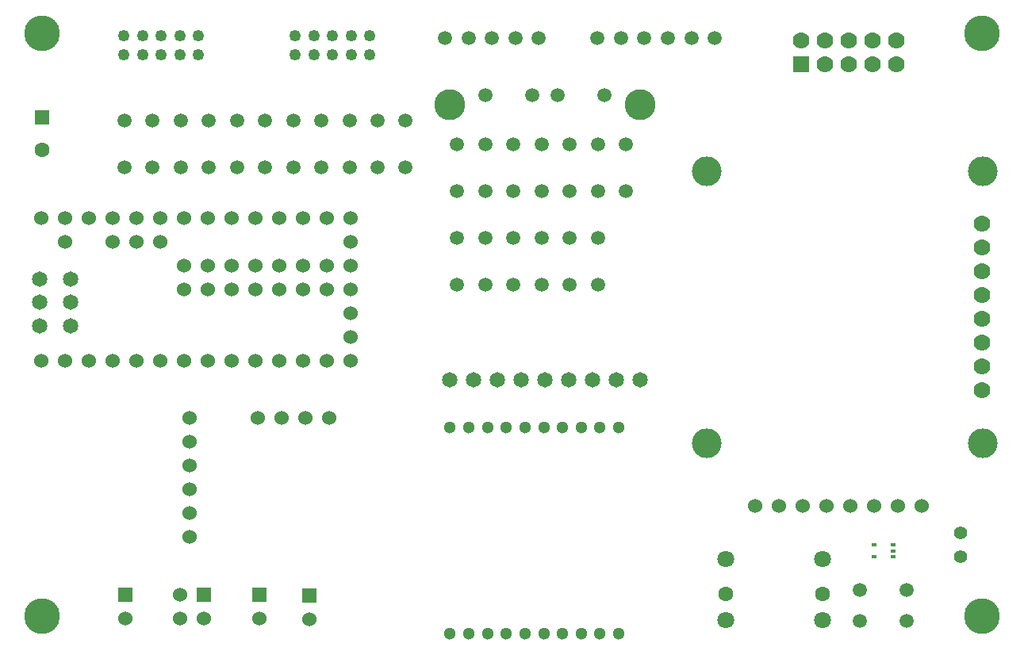
<source format=gts>
G04 (created by PCBNEW (2013-jul-07)-stable) date Wed 10 Jun 2015 05:30:31 PM PDT*
%MOIN*%
G04 Gerber Fmt 3.4, Leading zero omitted, Abs format*
%FSLAX34Y34*%
G01*
G70*
G90*
G04 APERTURE LIST*
%ADD10C,0.00590551*%
%ADD11C,0.0511811*%
%ADD12C,0.06*%
%ADD13R,0.06X0.06*%
%ADD14C,0.0629921*%
%ADD15C,0.0708661*%
%ADD16C,0.065*%
%ADD17C,0.13*%
%ADD18C,0.07*%
%ADD19C,0.125*%
%ADD20R,0.063X0.063*%
%ADD21C,0.063*%
%ADD22R,0.07X0.07*%
%ADD23C,0.0590551*%
%ADD24C,0.0492126*%
%ADD25C,0.15*%
%ADD26R,0.02X0.012*%
%ADD27C,0.055*%
G04 APERTURE END LIST*
G54D10*
G54D11*
X35728Y-28051D03*
X34940Y-28051D03*
X34153Y-28051D03*
X33366Y-28051D03*
X32578Y-28051D03*
X31791Y-28051D03*
X31003Y-28051D03*
X30216Y-28051D03*
X29429Y-28051D03*
X28641Y-28051D03*
X28641Y-36712D03*
X29429Y-36712D03*
X30216Y-36712D03*
X31003Y-36712D03*
X31791Y-36712D03*
X32578Y-36712D03*
X33366Y-36712D03*
X34153Y-36712D03*
X34940Y-36712D03*
X35728Y-36712D03*
G54D12*
X20550Y-27650D03*
X21550Y-27650D03*
X22550Y-27650D03*
X23550Y-27650D03*
G54D13*
X18300Y-35100D03*
G54D12*
X18300Y-36100D03*
X17300Y-35100D03*
X17300Y-36100D03*
G54D13*
X20620Y-35100D03*
G54D12*
X20620Y-36100D03*
G54D13*
X22718Y-35129D03*
G54D12*
X22718Y-36129D03*
X17700Y-27650D03*
X17700Y-28650D03*
X17700Y-29650D03*
X17700Y-30650D03*
X17700Y-31650D03*
X17700Y-32650D03*
G54D14*
X40222Y-35050D03*
X44277Y-35050D03*
G54D15*
X40222Y-33593D03*
X40226Y-36152D03*
X44277Y-33593D03*
X44277Y-36152D03*
G54D16*
X12700Y-23780D03*
X12700Y-22800D03*
X12700Y-21820D03*
X11400Y-21820D03*
X11400Y-22800D03*
X11400Y-23780D03*
X28618Y-26043D03*
X29618Y-26043D03*
X30618Y-26043D03*
X31618Y-26043D03*
X32618Y-26043D03*
X33618Y-26043D03*
X34618Y-26043D03*
X35618Y-26043D03*
G54D17*
X28618Y-14483D03*
X36618Y-14483D03*
G54D16*
X36618Y-26043D03*
G54D18*
X51000Y-19500D03*
X51000Y-20500D03*
X51000Y-21500D03*
X51000Y-22500D03*
X51000Y-23500D03*
X51000Y-24500D03*
X51000Y-25500D03*
X51000Y-26500D03*
G54D19*
X51030Y-17290D03*
X51030Y-28710D03*
X39410Y-17290D03*
X39410Y-28710D03*
G54D20*
X11500Y-15011D03*
G54D21*
X11500Y-16389D03*
G54D13*
X15000Y-35100D03*
G54D12*
X15000Y-36100D03*
G54D22*
X43400Y-12800D03*
G54D18*
X43400Y-11800D03*
X44400Y-12800D03*
X44400Y-11800D03*
X45400Y-12800D03*
X45400Y-11800D03*
X46400Y-12800D03*
X46400Y-11800D03*
X47400Y-12800D03*
X47400Y-11800D03*
G54D12*
X11450Y-25250D03*
X12450Y-25250D03*
X13450Y-25250D03*
X14450Y-25250D03*
X15450Y-25250D03*
X16450Y-25250D03*
X17450Y-25250D03*
X18450Y-25250D03*
X19450Y-25250D03*
X20450Y-25250D03*
X21450Y-25250D03*
X22450Y-25250D03*
X23450Y-25250D03*
X24450Y-25250D03*
X24450Y-24250D03*
X24450Y-23250D03*
X24450Y-22250D03*
X24450Y-21250D03*
X24450Y-20250D03*
X24450Y-19250D03*
X23450Y-19250D03*
X22450Y-19250D03*
X21450Y-19250D03*
X20450Y-19250D03*
X19450Y-19250D03*
X18450Y-19250D03*
X17450Y-19250D03*
X16450Y-19250D03*
X15450Y-19250D03*
X14450Y-19250D03*
X13450Y-19250D03*
X12450Y-19250D03*
X11450Y-19250D03*
X17450Y-22250D03*
X18450Y-22250D03*
X19450Y-22250D03*
X20450Y-22250D03*
X21450Y-22250D03*
X22450Y-22250D03*
X23450Y-22250D03*
X23450Y-21250D03*
X22450Y-21250D03*
X21450Y-21250D03*
X20450Y-21250D03*
X19450Y-21250D03*
X18450Y-21250D03*
X17450Y-21250D03*
X16450Y-20250D03*
X15450Y-20250D03*
X14450Y-20250D03*
X12450Y-20250D03*
G54D23*
X16141Y-15157D03*
X16141Y-17125D03*
X17322Y-15157D03*
X17322Y-17125D03*
X18503Y-15157D03*
X18503Y-17125D03*
X19685Y-15157D03*
X19685Y-17125D03*
X20866Y-15157D03*
X20866Y-17125D03*
X22047Y-15157D03*
X22047Y-17125D03*
X23228Y-15157D03*
X23228Y-17125D03*
X24409Y-15157D03*
X24409Y-17125D03*
X25590Y-15157D03*
X25590Y-17125D03*
X26771Y-15157D03*
X26771Y-17125D03*
X28937Y-16141D03*
X28937Y-18110D03*
X14960Y-15157D03*
X14960Y-17125D03*
X31299Y-16141D03*
X31299Y-18110D03*
X32480Y-16141D03*
X32480Y-18110D03*
X33661Y-16141D03*
X33661Y-18110D03*
X34842Y-16141D03*
X34842Y-18110D03*
X36023Y-16141D03*
X36023Y-18110D03*
X28937Y-20078D03*
X28937Y-22047D03*
X30118Y-20078D03*
X30118Y-22047D03*
X31299Y-20078D03*
X31299Y-22047D03*
X32480Y-20078D03*
X32480Y-22047D03*
X33661Y-20078D03*
X33661Y-22047D03*
X34842Y-20078D03*
X34842Y-22047D03*
X30118Y-16141D03*
X30118Y-18110D03*
G54D24*
X22125Y-12393D03*
X22125Y-11606D03*
X22912Y-12393D03*
X22912Y-11606D03*
X23700Y-12393D03*
X23700Y-11606D03*
X24487Y-12393D03*
X24487Y-11606D03*
X25274Y-12393D03*
X25274Y-11606D03*
X14925Y-12393D03*
X14925Y-11606D03*
X15712Y-12393D03*
X15712Y-11606D03*
X16500Y-12393D03*
X16500Y-11606D03*
X17287Y-12393D03*
X17287Y-11606D03*
X18074Y-12393D03*
X18074Y-11606D03*
G54D25*
X11500Y-11500D03*
X11500Y-36000D03*
X51000Y-11500D03*
X51000Y-36000D03*
G54D23*
X33169Y-14074D03*
X35137Y-14074D03*
X32086Y-14074D03*
X30118Y-14074D03*
G54D26*
X47250Y-33500D03*
X47250Y-33000D03*
X46450Y-33500D03*
X47250Y-33250D03*
X46450Y-33000D03*
G54D23*
X45865Y-36200D03*
X47834Y-36200D03*
X47834Y-34900D03*
X45865Y-34900D03*
G54D12*
X48450Y-31350D03*
X47450Y-31350D03*
X41450Y-31350D03*
X42450Y-31350D03*
X43450Y-31350D03*
X44450Y-31350D03*
X45450Y-31350D03*
X46450Y-31350D03*
G54D23*
X28431Y-11700D03*
X29415Y-11700D03*
X30400Y-11700D03*
X31384Y-11700D03*
X32368Y-11700D03*
X39760Y-11700D03*
X34839Y-11700D03*
X35823Y-11700D03*
X36807Y-11700D03*
X37792Y-11700D03*
X38776Y-11700D03*
G54D27*
X50100Y-33500D03*
X50100Y-32500D03*
M02*

</source>
